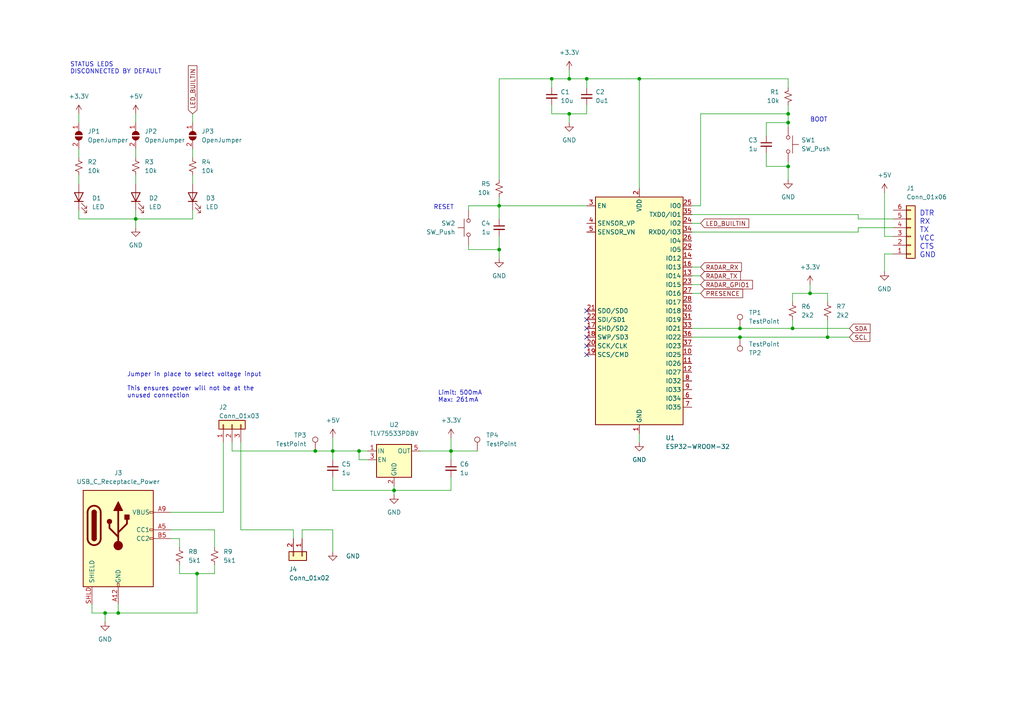
<source format=kicad_sch>
(kicad_sch (version 20211123) (generator eeschema)
  (paper "A4")
  (title_block (title "ESPHome MultiPresence Sensor") (rev "1.0") (comment 1 "Microcontroller and data connection"))
  (lib_symbols
    (symbol "Connector:TestPoint" (pin_numbers hide) (pin_names (offset 0.762) hide)
      (property "Reference" "TP" (at 0 6.858 0))
      (property "Value" "TestPoint" (at 0 5.08 0))
      (symbol "TestPoint_0_1"
        (circle (center 0 3.302) (radius 0.762))
      )
      (symbol "TestPoint_1_1"
        (pin passive line (at 0 0 90) (length 2.54) (name "1") (number "1"))
      )
    )
    (symbol "Connector_Generic:Conn_01x02" (pin_names (offset 1.016) hide)
      (property "Reference" "J" (at 0 2.54 0))
      (property "Value" "Conn_01x02" (at 0 -5.08 0))
      (symbol "Conn_01x02_1_1"
        (rectangle (start -1.27 -2.413) (end 0 -2.667) (stroke (width 0.1524)))
        (rectangle (start -1.27 0.127) (end 0 -0.127) (stroke (width 0.1524)))
        (rectangle (start -1.27 1.27) (end 1.27 -3.81) (stroke (width 0.254)) (fill (type background)))
        (pin passive line (at -5.08 0 0) (length 3.81) (name "Pin_1") (number "1"))
        (pin passive line (at -5.08 -2.54 0) (length 3.81) (name "Pin_2") (number "2"))
      )
    )
    (symbol "Connector_Generic:Conn_01x03" (pin_names (offset 1.016) hide)
      (property "Reference" "J" (at 0 5.08 0))
      (property "Value" "Conn_01x03" (at 0 -5.08 0))
      (symbol "Conn_01x03_1_1"
        (rectangle (start -1.27 -2.413) (end 0 -2.667) (stroke (width 0.1524)))
        (rectangle (start -1.27 0.127) (end 0 -0.127) (stroke (width 0.1524)))
        (rectangle (start -1.27 2.667) (end 0 2.413) (stroke (width 0.1524)))
        (rectangle (start -1.27 3.81) (end 1.27 -3.81) (stroke (width 0.254)) (fill (type background)))
        (pin passive line (at -5.08 2.54 0) (length 3.81) (name "Pin_1") (number "1"))
        (pin passive line (at -5.08 0 0) (length 3.81) (name "Pin_2") (number "2"))
        (pin passive line (at -5.08 -2.54 0) (length 3.81) (name "Pin_3") (number "3"))
      )
    )
    (symbol "Connector_Generic:Conn_01x06" (pin_names (offset 1.016) hide)
      (property "Reference" "J" (at 0 7.62 0))
      (property "Value" "Conn_01x06" (at 0 -10.16 0))
      (symbol "Conn_01x06_1_1"
        (rectangle (start -1.27 -7.493) (end 0 -7.747) (stroke (width 0.1524)))
        (rectangle (start -1.27 -4.953) (end 0 -5.207) (stroke (width 0.1524)))
        (rectangle (start -1.27 -2.413) (end 0 -2.667) (stroke (width 0.1524)))
        (rectangle (start -1.27 0.127) (end 0 -0.127) (stroke (width 0.1524)))
        (rectangle (start -1.27 2.667) (end 0 2.413) (stroke (width 0.1524)))
        (rectangle (start -1.27 5.207) (end 0 4.953) (stroke (width 0.1524)))
        (rectangle (start -1.27 6.35) (end 1.27 -8.89) (stroke (width 0.254)) (fill (type background)))
        (pin passive line (at -5.08 5.08 0) (length 3.81) (name "Pin_1") (number "1"))
        (pin passive line (at -5.08 2.54 0) (length 3.81) (name "Pin_2") (number "2"))
        (pin passive line (at -5.08 0 0) (length 3.81) (name "Pin_3") (number "3"))
        (pin passive line (at -5.08 -2.54 0) (length 3.81) (name "Pin_4") (number "4"))
        (pin passive line (at -5.08 -5.08 0) (length 3.81) (name "Pin_5") (number "5"))
        (pin passive line (at -5.08 -7.62 0) (length 3.81) (name "Pin_6") (number "6"))
      )
    )
    (symbol "Device:C_Small" (pin_numbers hide) (pin_names (offset 0.254) hide)
      (property "Reference" "C" (at 0.254 1.778 0))
      (property "Value" "C_Small" (at 0.254 -2.032 0))
      (symbol "C_Small_0_1"
        (polyline (pts (xy -1.524 -0.508) (xy 1.524 -0.508)) (stroke (width 0.3302)))
        (polyline (pts (xy -1.524 0.508) (xy 1.524 0.508)) (stroke (width 0.3048)))
      )
      (symbol "C_Small_1_1"
        (pin passive line (at 0 2.54 270) (length 2.032) (name "~") (number "1"))
        (pin passive line (at 0 -2.54 90) (length 2.032) (name "~") (number "2"))
      )
    )
    (symbol "Device:LED" (pin_numbers hide) (pin_names (offset 1.016) hide)
      (property "Reference" "D" (at 0 2.54 0))
      (property "Value" "LED" (at 0 -2.54 0))
      (symbol "LED_0_1"
        (polyline (pts (xy -1.27 -1.27) (xy -1.27 1.27)) (stroke (width 0.254)))
        (polyline (pts (xy -1.27 0) (xy 1.27 0)))
        (polyline (pts (xy 1.27 -1.27) (xy 1.27 1.27) (xy -1.27 0) (xy 1.27 -1.27)) (stroke (width 0.254)))
        (polyline (pts (xy -3.048 -0.762) (xy -4.572 -2.286) (xy -3.81 -2.286) (xy -4.572 -2.286) (xy -4.572 -1.524)))
        (polyline (pts (xy -1.778 -0.762) (xy -3.302 -2.286) (xy -2.54 -2.286) (xy -3.302 -2.286) (xy -3.302 -1.524)))
      )
      (symbol "LED_1_1"
        (pin passive line (at -3.81 0 0) (length 2.54) (name "K") (number "1"))
        (pin passive line (at 3.81 0 180) (length 2.54) (name "A") (number "2"))
      )
    )
    (symbol "Device:R_Small_US" (pin_numbers hide) (pin_names (offset 0.254) hide)
      (property "Reference" "R" (at 0.762 0.508 0))
      (property "Value" "R_Small_US" (at 0.762 -1.016 0))
      (symbol "R_Small_US_1_1"
        (polyline (pts (xy 0 0) (xy 1.016 -0.381) (xy 0 -0.762) (xy -1.016 -1.143) (xy 0 -1.524)))
        (polyline (pts (xy 0 1.524) (xy 1.016 1.143) (xy 0 0.762) (xy -1.016 0.381) (xy 0 0)))
        (pin passive line (at 0 2.54 270) (length 1.016) (name "~") (number "1"))
        (pin passive line (at 0 -2.54 90) (length 1.016) (name "~") (number "2"))
      )
    )
    (symbol "Jumper:SolderJumper_2_Open" (pin_names (offset 0) hide)
      (property "Reference" "JP" (at 0 2.032 0))
      (property "Value" "SolderJumper_2_Open" (at 0 -2.54 0))
      (symbol "SolderJumper_2_Open_0_1"
        (arc (start -0.254 1.016) (mid -1.27 0) (end -0.254 -1.016))
        (arc (start -0.254 1.016) (mid -1.27 0) (end -0.254 -1.016) (fill (type outline)))
        (polyline (pts (xy -0.254 1.016) (xy -0.254 -1.016)))
        (polyline (pts (xy 0.254 1.016) (xy 0.254 -1.016)))
        (arc (start 0.254 -1.016) (mid 1.27 0) (end 0.254 1.016))
        (arc (start 0.254 -1.016) (mid 1.27 0) (end 0.254 1.016) (fill (type outline)))
      )
      (symbol "SolderJumper_2_Open_1_1"
        (pin passive line (at -3.81 0 0) (length 2.54) (name "A") (number "1"))
        (pin passive line (at 3.81 0 180) (length 2.54) (name "B") (number "2"))
      )
    )
    (symbol "My Symbols:USB_C_Receptacle_Power" (pin_names (offset 1.016))
      (property "Reference" "J" (at -10.16 12.7 0))
      (property "Value" "USB_C_Receptacle_Power" (at 19.05 12.7 0))
      (symbol "USB_C_Receptacle_Power_0_0"
        (rectangle (start -0.254 -17.78) (end 0.254 -16.764))
        (rectangle (start 10.16 -3.556) (end 9.144 -4.064))
        (rectangle (start 10.16 -1.016) (end 9.144 -1.524))
        (rectangle (start 10.16 4.064) (end 9.144 3.556))
      )
      (symbol "USB_C_Receptacle_Power_0_1"
        (rectangle (start -10.16 10.16) (end 10.16 -17.78) (stroke (width 0.254)) (fill (type background)))
        (arc (start -8.89 -3.81) (mid -6.985 -5.715) (end -5.08 -3.81) (stroke (width 0.508)))
        (arc (start -7.62 -3.81) (mid -6.985 -4.445) (end -6.35 -3.81) (stroke (width 0.254)))
        (arc (start -7.62 -3.81) (mid -6.985 -4.445) (end -6.35 -3.81) (stroke (width 0.254)) (fill (type outline)))
        (rectangle (start -7.62 -3.81) (end -6.35 3.81) (stroke (width 0.254)) (fill (type outline)))
        (arc (start -6.35 3.81) (mid -6.985 4.445) (end -7.62 3.81) (stroke (width 0.254)))
        (arc (start -6.35 3.81) (mid -6.985 4.445) (end -7.62 3.81) (stroke (width 0.254)) (fill (type outline)))
        (arc (start -5.08 3.81) (mid -6.985 5.715) (end -8.89 3.81) (stroke (width 0.508)))
        (circle (center -2.54 1.143) (radius 0.635) (stroke (width 0.254)) (fill (type outline)))
        (circle (center 0 -5.842) (radius 1.27) (fill (type outline)))
        (polyline (pts (xy -8.89 -3.81) (xy -8.89 3.81)) (stroke (width 0.508)))
        (polyline (pts (xy -5.08 3.81) (xy -5.08 -3.81)) (stroke (width 0.508)))
        (polyline (pts (xy 0 -5.842) (xy 0 4.318)) (stroke (width 0.508)))
        (polyline (pts (xy 0 -3.302) (xy -2.54 -0.762) (xy -2.54 0.508)) (stroke (width 0.508)))
        (polyline (pts (xy 0 -2.032) (xy 2.54 0.508) (xy 2.54 1.778)) (stroke (width 0.508)))
        (polyline (pts (xy -1.27 4.318) (xy 0 6.858) (xy 1.27 4.318) (xy -1.27 4.318)) (stroke (width 0.254)) (fill (type outline)))
        (rectangle (start 1.905 1.778) (end 3.175 3.048) (stroke (width 0.254)) (fill (type outline)))
      )
      (symbol "USB_C_Receptacle_Power_1_1"
        (pin passive line (at 0 -22.86 90) (length 5.08) (name "GND") (number "A12"))
        (pin bidirectional line (at 15.24 -1.27 180) (length 5.08) (name "CC1") (number "A5"))
        (pin passive line (at 15.24 3.81 180) (length 5.08) (name "VBUS") (number "A9"))
        (pin passive line (at 0 -22.86 90) (length 5.08) hide (name "GND") (number "B12"))
        (pin bidirectional line (at 15.24 -3.81 180) (length 5.08) (name "CC2") (number "B5"))
        (pin passive line (at 15.24 3.81 180) (length 5.08) hide (name "VBUS") (number "B9"))
        (pin passive line (at -7.62 -22.86 90) (length 5.08) (name "SHIELD") (number "SHLD"))
      )
    )
    (symbol "RF_Module:ESP32-WROOM-32"
      (property "Reference" "U" (at -12.7 34.29 0))
      (property "Value" "ESP32-WROOM-32" (at 1.27 34.29 0))
      (symbol "ESP32-WROOM-32_0_1"
        (rectangle (start -12.7 33.02) (end 12.7 -33.02) (stroke (width 0.254)) (fill (type background)))
      )
      (symbol "ESP32-WROOM-32_1_1"
        (pin power_in line (at 0 -35.56 90) (length 2.54) (name "GND") (number "1"))
        (pin bidirectional line (at 15.24 -12.7 180) (length 2.54) (name "IO25") (number "10"))
        (pin bidirectional line (at 15.24 -15.24 180) (length 2.54) (name "IO26") (number "11"))
        (pin bidirectional line (at 15.24 -17.78 180) (length 2.54) (name "IO27") (number "12"))
        (pin bidirectional line (at 15.24 10.16 180) (length 2.54) (name "IO14") (number "13"))
        (pin bidirectional line (at 15.24 15.24 180) (length 2.54) (name "IO12") (number "14"))
        (pin passive line (at 0 -35.56 90) (length 2.54) hide (name "GND") (number "15"))
        (pin bidirectional line (at 15.24 12.7 180) (length 2.54) (name "IO13") (number "16"))
        (pin bidirectional line (at -15.24 -5.08 0) (length 2.54) (name "SHD/SD2") (number "17"))
        (pin bidirectional line (at -15.24 -7.62 0) (length 2.54) (name "SWP/SD3") (number "18"))
        (pin bidirectional line (at -15.24 -12.7 0) (length 2.54) (name "SCS/CMD") (number "19"))
        (pin power_in line (at 0 35.56 270) (length 2.54) (name "VDD") (number "2"))
        (pin bidirectional line (at -15.24 -10.16 0) (length 2.54) (name "SCK/CLK") (number "20"))
        (pin bidirectional line (at -15.24 0 0) (length 2.54) (name "SDO/SD0") (number "21"))
        (pin bidirectional line (at -15.24 -2.54 0) (length 2.54) (name "SDI/SD1") (number "22"))
        (pin bidirectional line (at 15.24 7.62 180) (length 2.54) (name "IO15") (number "23"))
        (pin bidirectional line (at 15.24 25.4 180) (length 2.54) (name "IO2") (number "24"))
        (pin bidirectional line (at 15.24 30.48 180) (length 2.54) (name "IO0") (number "25"))
        (pin bidirectional line (at 15.24 20.32 180) (length 2.54) (name "IO4") (number "26"))
        (pin bidirectional line (at 15.24 5.08 180) (length 2.54) (name "IO16") (number "27"))
        (pin bidirectional line (at 15.24 2.54 180) (length 2.54) (name "IO17") (number "28"))
        (pin bidirectional line (at 15.24 17.78 180) (length 2.54) (name "IO5") (number "29"))
        (pin input line (at -15.24 30.48 0) (length 2.54) (name "EN") (number "3"))
        (pin bidirectional line (at 15.24 0 180) (length 2.54) (name "IO18") (number "30"))
        (pin bidirectional line (at 15.24 -2.54 180) (length 2.54) (name "IO19") (number "31"))
        (pin no_connect line (at -12.7 -27.94 0) (length 2.54) hide (name "NC") (number "32"))
        (pin bidirectional line (at 15.24 -5.08 180) (length 2.54) (name "IO21") (number "33"))
        (pin bidirectional line (at 15.24 22.86 180) (length 2.54) (name "RXD0/IO3") (number "34"))
        (pin bidirectional line (at 15.24 27.94 180) (length 2.54) (name "TXD0/IO1") (number "35"))
        (pin bidirectional line (at 15.24 -7.62 180) (length 2.54) (name "IO22") (number "36"))
        (pin bidirectional line (at 15.24 -10.16 180) (length 2.54) (name "IO23") (number "37"))
        (pin passive line (at 0 -35.56 90) (length 2.54) hide (name "GND") (number "38"))
        (pin passive line (at 0 -35.56 90) (length 2.54) hide (name "GND") (number "39"))
        (pin input line (at -15.24 25.4 0) (length 2.54) (name "SENSOR_VP") (number "4"))
        (pin input line (at -15.24 22.86 0) (length 2.54) (name "SENSOR_VN") (number "5"))
        (pin input line (at 15.24 -25.4 180) (length 2.54) (name "IO34") (number "6"))
        (pin input line (at 15.24 -27.94 180) (length 2.54) (name "IO35") (number "7"))
        (pin bidirectional line (at 15.24 -20.32 180) (length 2.54) (name "IO32") (number "8"))
        (pin bidirectional line (at 15.24 -22.86 180) (length 2.54) (name "IO33") (number "9"))
      )
    )
    (symbol "Regulator_Linear:TLV75533PDBV" (pin_names (offset 0.254))
      (property "Reference" "U" (at -3.81 5.715 0))
      (property "Value" "TLV75533PDBV" (at 0 5.715 0))
      (symbol "TLV75533PDBV_0_1"
        (rectangle (start -5.08 4.445) (end 5.08 -5.08) (stroke (width 0.254)) (fill (type background)))
      )
      (symbol "TLV75533PDBV_1_1"
        (pin power_in line (at -7.62 2.54 0) (length 2.54) (name "IN") (number "1"))
        (pin power_in line (at 0 -7.62 90) (length 2.54) (name "GND") (number "2"))
        (pin input line (at -7.62 0 0) (length 2.54) (name "EN") (number "3"))
        (pin no_connect line (at 5.08 0 180) (length 2.54) hide (name "NC") (number "4"))
        (pin power_out line (at 7.62 2.54 180) (length 2.54) (name "OUT") (number "5"))
      )
    )
    (symbol "Switch:SW_Push" (pin_numbers hide) (pin_names (offset 1.016) hide)
      (property "Reference" "SW" (at 1.27 2.54 0))
      (property "Value" "SW_Push" (at 0 -1.524 0))
      (symbol "SW_Push_0_1"
        (circle (center -2.032 0) (radius 0.508))
        (polyline (pts (xy 0 1.27) (xy 0 3.048)))
        (polyline (pts (xy 2.54 1.27) (xy -2.54 1.27)))
        (circle (center 2.032 0) (radius 0.508))
        (pin passive line (at -5.08 0 0) (length 2.54) (name "1") (number "1"))
        (pin passive line (at 5.08 0 180) (length 2.54) (name "2") (number "2"))
      )
    )
    (symbol "power:+3.3V" (power) (pin_names (offset 0))
      (property "Value" "+3.3V" (at 0 3.556 0))
      (symbol "+3.3V_0_1"
        (polyline (pts (xy -0.762 1.27) (xy 0 2.54)))
        (polyline (pts (xy 0 0) (xy 0 2.54)))
        (polyline (pts (xy 0 2.54) (xy 0.762 1.27)))
      )
      (symbol "+3.3V_1_1"
        (pin power_in line (at 0 0 90) (length 0) hide (name "+3.3V") (number "1"))
      )
    )
    (symbol "power:+5V" (power) (pin_names (offset 0))
      (property "Value" "+5V" (at 0 3.556 0))
      (symbol "+5V_0_1"
        (polyline (pts (xy -0.762 1.27) (xy 0 2.54)))
        (polyline (pts (xy 0 0) (xy 0 2.54)))
        (polyline (pts (xy 0 2.54) (xy 0.762 1.27)))
      )
      (symbol "+5V_1_1"
        (pin power_in line (at 0 0 90) (length 0) hide (name "+5V") (number "1"))
      )
    )
    (symbol "power:GND" (power) (pin_names (offset 0))
      (property "Value" "GND" (at 0 -3.81 0))
      (symbol "GND_0_1"
        (polyline (pts (xy 0 0) (xy 0 -1.27) (xy 1.27 -1.27) (xy 0 -2.54) (xy -1.27 -1.27) (xy 0 -1.27)))
      )
      (symbol "GND_1_1"
        (pin power_in line (at 0 0 270) (length 0) hide (name "GND") (number "1"))
      )
    )
  )
  (junction (at 57.15 166.37))
  (junction (at 228.6 33.02))
  (junction (at 214.63 97.79))
  (junction (at 144.78 72.39))
  (junction (at 234.95 85.09))
  (junction (at 39.37 63.5))
  (junction (at 229.87 95.25))
  (junction (at 170.18 22.86))
  (junction (at 165.1 22.86))
  (junction (at 91.44 130.81))
  (junction (at 165.1 33.02))
  (junction (at 240.03 97.79))
  (junction (at 185.42 22.86))
  (junction (at 130.81 130.81))
  (junction (at 144.78 59.69))
  (junction (at 228.6 48.26))
  (junction (at 96.52 130.81))
  (junction (at 104.14 130.81))
  (junction (at 228.6 35.56))
  (junction (at 114.3 142.24))
  (junction (at 160.02 22.86))
  (junction (at 34.29 177.8))
  (junction (at 30.48 177.8))
  (junction (at 214.63 95.25))
  (no_connect (at 170.18 95.25))
  (no_connect (at 170.18 92.71))
  (no_connect (at 170.18 90.17))
  (no_connect (at 170.18 97.79))
  (no_connect (at 170.18 102.87))
  (no_connect (at 170.18 100.33))
  (wire (pts (xy 144.78 59.69) (xy 144.78 63.5)))
  (wire (pts (xy 144.78 74.93) (xy 144.78 72.39)))
  (wire (pts (xy 256.54 73.66) (xy 259.08 73.66)))
  (wire (pts (xy 96.52 160.02) (xy 96.52 153.67)))
  (wire (pts (xy 200.66 77.47) (xy 203.2 77.47)))
  (wire (pts (xy 240.03 85.09) (xy 240.03 87.63)))
  (wire (pts (xy 222.25 39.37) (xy 222.25 35.56)))
  (wire (pts (xy 135.89 72.39) (xy 135.89 71.12)))
  (wire (pts (xy 229.87 85.09) (xy 234.95 85.09)))
  (wire (pts (xy 200.66 64.77) (xy 203.2 64.77)))
  (wire (pts (xy 39.37 50.8) (xy 39.37 53.34)))
  (wire (pts (xy 170.18 22.86) (xy 185.42 22.86)))
  (wire (pts (xy 130.81 138.43) (xy 130.81 142.24)))
  (wire (pts (xy 55.88 60.96) (xy 55.88 63.5)))
  (wire (pts (xy 49.53 156.21) (xy 52.07 156.21)))
  (wire (pts (xy 55.88 43.18) (xy 55.88 45.72)))
  (wire (pts (xy 22.86 33.02) (xy 22.86 35.56)))
  (wire (pts (xy 62.23 163.83) (xy 62.23 166.37)))
  (wire (pts (xy 240.03 92.71) (xy 240.03 97.79)))
  (wire (pts (xy 234.95 85.09) (xy 240.03 85.09)))
  (wire (pts (xy 144.78 57.15) (xy 144.78 59.69)))
  (wire (pts (xy 69.85 153.67) (xy 85.09 153.67)))
  (wire (pts (xy 248.92 66.04) (xy 248.92 67.31)))
  (wire (pts (xy 165.1 20.32) (xy 165.1 22.86)))
  (wire (pts (xy 52.07 166.37) (xy 57.15 166.37)))
  (wire (pts (xy 165.1 22.86) (xy 170.18 22.86)))
  (wire (pts (xy 229.87 87.63) (xy 229.87 85.09)))
  (wire (pts (xy 57.15 166.37) (xy 57.15 177.8)))
  (wire (pts (xy 34.29 177.8) (xy 30.48 177.8)))
  (wire (pts (xy 200.66 82.55) (xy 203.2 82.55)))
  (wire (pts (xy 170.18 25.4) (xy 170.18 22.86)))
  (wire (pts (xy 234.95 82.55) (xy 234.95 85.09)))
  (wire (pts (xy 64.77 128.27) (xy 64.77 148.59)))
  (wire (pts (xy 104.14 130.81) (xy 106.68 130.81)))
  (wire (pts (xy 57.15 177.8) (xy 34.29 177.8)))
  (wire (pts (xy 228.6 46.99) (xy 228.6 48.26)))
  (wire (pts (xy 26.67 175.26) (xy 26.67 177.8)))
  (wire (pts (xy 160.02 22.86) (xy 160.02 25.4)))
  (wire (pts (xy 96.52 130.81) (xy 104.14 130.81)))
  (wire (pts (xy 144.78 72.39) (xy 135.89 72.39)))
  (wire (pts (xy 96.52 130.81) (xy 96.52 133.35)))
  (wire (pts (xy 160.02 33.02) (xy 165.1 33.02)))
  (wire (pts (xy 228.6 48.26) (xy 228.6 52.07)))
  (wire (pts (xy 200.66 62.23) (xy 248.92 62.23)))
  (wire (pts (xy 130.81 130.81) (xy 138.43 130.81)))
  (wire (pts (xy 39.37 63.5) (xy 55.88 63.5)))
  (wire (pts (xy 130.81 127) (xy 130.81 130.81)))
  (wire (pts (xy 214.63 95.25) (xy 229.87 95.25)))
  (wire (pts (xy 200.66 67.31) (xy 248.92 67.31)))
  (wire (pts (xy 200.66 97.79) (xy 214.63 97.79)))
  (wire (pts (xy 144.78 59.69) (xy 170.18 59.69)))
  (wire (pts (xy 106.68 133.35) (xy 104.14 133.35)))
  (wire (pts (xy 22.86 50.8) (xy 22.86 53.34)))
  (wire (pts (xy 96.52 142.24) (xy 114.3 142.24)))
  (wire (pts (xy 62.23 153.67) (xy 62.23 158.75)))
  (wire (pts (xy 185.42 54.61) (xy 185.42 22.86)))
  (wire (pts (xy 222.25 35.56) (xy 228.6 35.56)))
  (wire (pts (xy 228.6 30.48) (xy 228.6 33.02)))
  (wire (pts (xy 52.07 163.83) (xy 52.07 166.37)))
  (wire (pts (xy 229.87 92.71) (xy 229.87 95.25)))
  (wire (pts (xy 39.37 43.18) (xy 39.37 45.72)))
  (wire (pts (xy 114.3 140.97) (xy 114.3 142.24)))
  (wire (pts (xy 144.78 22.86) (xy 160.02 22.86)))
  (wire (pts (xy 39.37 33.02) (xy 39.37 35.56)))
  (wire (pts (xy 69.85 128.27) (xy 69.85 153.67)))
  (wire (pts (xy 34.29 175.26) (xy 34.29 177.8)))
  (wire (pts (xy 170.18 30.48) (xy 170.18 33.02)))
  (wire (pts (xy 130.81 130.81) (xy 130.81 133.35)))
  (wire (pts (xy 203.2 33.02) (xy 228.6 33.02)))
  (wire (pts (xy 85.09 156.21) (xy 85.09 153.67)))
  (wire (pts (xy 22.86 60.96) (xy 22.86 63.5)))
  (wire (pts (xy 114.3 142.24) (xy 114.3 143.51)))
  (wire (pts (xy 135.89 59.69) (xy 144.78 59.69)))
  (wire (pts (xy 57.15 166.37) (xy 62.23 166.37)))
  (wire (pts (xy 185.42 125.73) (xy 185.42 128.27)))
  (wire (pts (xy 240.03 97.79) (xy 246.38 97.79)))
  (wire (pts (xy 222.25 48.26) (xy 228.6 48.26)))
  (wire (pts (xy 248.92 66.04) (xy 259.08 66.04)))
  (wire (pts (xy 135.89 60.96) (xy 135.89 59.69)))
  (wire (pts (xy 165.1 33.02) (xy 165.1 35.56)))
  (wire (pts (xy 256.54 73.66) (xy 256.54 78.74)))
  (wire (pts (xy 144.78 68.58) (xy 144.78 72.39)))
  (wire (pts (xy 248.92 63.5) (xy 248.92 62.23)))
  (wire (pts (xy 214.63 97.79) (xy 240.03 97.79)))
  (wire (pts (xy 30.48 177.8) (xy 26.67 177.8)))
  (wire (pts (xy 222.25 44.45) (xy 222.25 48.26)))
  (wire (pts (xy 55.88 33.02) (xy 55.88 35.56)))
  (wire (pts (xy 203.2 59.69) (xy 203.2 33.02)))
  (wire (pts (xy 200.66 59.69) (xy 203.2 59.69)))
  (wire (pts (xy 104.14 130.81) (xy 104.14 133.35)))
  (wire (pts (xy 52.07 156.21) (xy 52.07 158.75)))
  (wire (pts (xy 121.92 130.81) (xy 130.81 130.81)))
  (wire (pts (xy 200.66 95.25) (xy 214.63 95.25)))
  (wire (pts (xy 228.6 33.02) (xy 228.6 35.56)))
  (wire (pts (xy 49.53 148.59) (xy 64.77 148.59)))
  (wire (pts (xy 160.02 22.86) (xy 165.1 22.86)))
  (wire (pts (xy 67.31 130.81) (xy 91.44 130.81)))
  (wire (pts (xy 87.63 153.67) (xy 87.63 156.21)))
  (wire (pts (xy 39.37 63.5) (xy 39.37 66.04)))
  (wire (pts (xy 228.6 35.56) (xy 228.6 36.83)))
  (wire (pts (xy 130.81 142.24) (xy 114.3 142.24)))
  (wire (pts (xy 67.31 128.27) (xy 67.31 130.81)))
  (wire (pts (xy 259.08 68.58) (xy 256.54 68.58)))
  (wire (pts (xy 22.86 43.18) (xy 22.86 45.72)))
  (wire (pts (xy 228.6 22.86) (xy 228.6 25.4)))
  (wire (pts (xy 185.42 22.86) (xy 228.6 22.86)))
  (wire (pts (xy 91.44 130.81) (xy 96.52 130.81)))
  (wire (pts (xy 96.52 153.67) (xy 87.63 153.67)))
  (wire (pts (xy 229.87 95.25) (xy 246.38 95.25)))
  (wire (pts (xy 49.53 153.67) (xy 62.23 153.67)))
  (wire (pts (xy 248.92 63.5) (xy 259.08 63.5)))
  (wire (pts (xy 22.86 63.5) (xy 39.37 63.5)))
  (wire (pts (xy 96.52 138.43) (xy 96.52 142.24)))
  (wire (pts (xy 30.48 177.8) (xy 30.48 180.34)))
  (wire (pts (xy 160.02 30.48) (xy 160.02 33.02)))
  (wire (pts (xy 200.66 85.09) (xy 203.2 85.09)))
  (wire (pts (xy 144.78 22.86) (xy 144.78 52.07)))
  (wire (pts (xy 39.37 63.5) (xy 39.37 60.96)))
  (wire (pts (xy 165.1 33.02) (xy 170.18 33.02)))
  (wire (pts (xy 96.52 127) (xy 96.52 130.81)))
  (wire (pts (xy 55.88 50.8) (xy 55.88 53.34)))
  (wire (pts (xy 256.54 55.88) (xy 256.54 68.58)))
  (wire (pts (xy 200.66 80.01) (xy 203.2 80.01)))
  (text "RESET" (at 125.73 60.96 0) (effects (font (size 1.27 1.27)) (justify left bottom)))
  (text "BOOT\n" (at 234.95 35.56 0) (effects (font (size 1.27 1.27)) (justify left bottom)))
  (text "Jumper in place to select voltage input\n\nThis ensures power will not be at the \nunused connection\n" (at 36.83 115.57 0) (effects (font (size 1.27 1.27)) (justify left bottom)))
  (text "STATUS LEDS\nDISCONNECTED BY DEFAULT\n" (at 20.32 21.59 0) (effects (font (size 1.27 1.27)) (justify left bottom)))
  (text "DTR\nRX\nTX\nVCC\nCTS\nGND" (at 266.7 74.93 0) (effects (font (size 1.5 1.5)) (justify left bottom)))
  (text "Limit: 500mA\nMax: 261mA\n" (at 127 116.84 0) (effects (font (size 1.27 1.27)) (justify left bottom)))
  (global_label "LED_BUILTIN" (shape input) (at 203.2 64.77 0) (property "Intersheet References" "${INTERSHEET_REFS}" (effects hide)))
  (global_label "RADAR_RX" (shape input) (at 203.2 77.47 0) (property "Intersheet References" "${INTERSHEET_REFS}" (effects hide)))
  (global_label "SDA" (shape input) (at 246.38 95.25 0) (property "Intersheet References" "${INTERSHEET_REFS}" (effects hide)))
  (global_label "RADAR_GPIO1" (shape input) (at 203.2 82.55 0) (property "Intersheet References" "${INTERSHEET_REFS}" (effects hide)))
  (global_label "RADAR_TX" (shape input) (at 203.2 80.01 0) (property "Intersheet References" "${INTERSHEET_REFS}" (effects hide)))
  (global_label "PRESENCE" (shape input) (at 203.2 85.09 0) (property "Intersheet References" "${INTERSHEET_REFS}" (effects hide)))
  (global_label "SCL" (shape input) (at 246.38 97.79 0) (property "Intersheet References" "${INTERSHEET_REFS}" (effects hide)))
  (global_label "LED_BUILTIN" (shape input) (at 55.88 33.02 90) (property "Intersheet References" "${INTERSHEET_REFS}" (effects hide)))
  (symbol (lib_id "power:GND") (at 96.52 160.02 0) (mirror y) (unit 1)
    (property "Reference" "#PWR015" (effects hide))
    (property "Value" "GND" (at 100.33 161.2899 0) (effects (justify right)))
  )
  (symbol (lib_id "Device:R_Small_US") (at 240.03 90.17 0) (unit 1)
    (property "Reference" "R7" (at 242.57 88.8999 0) (effects (justify left)))
    (property "Value" "2k2" (at 242.57 91.4399 0) (effects (justify left)))
    (property "Footprint" "Resistor_SMD:R_0603_1608Metric" (effects hide))
  )
  (symbol (lib_id "power:GND") (at 256.54 78.74 0) (unit 1)
    (property "Reference" "#PWR09" (effects hide))
    (property "Value" "GND" (at 256.54 83.82 0))
  )
  (symbol (lib_id "power:+3.3V") (at 22.86 33.02 0) (unit 1)
    (property "Reference" "#PWR02" (effects hide))
    (property "Value" "+3.3V" (at 22.86 27.94 0))
  )
  (symbol (lib_id "RF_Module:ESP32-WROOM-32") (at 185.42 90.17 0) (unit 1)
    (property "Reference" "U1" (at 193.04 127 0) (effects (justify left)))
    (property "Value" "ESP32-WROOM-32" (at 193.04 129.54 0) (effects (justify left)))
    (property "Footprint" "RF_Module:ESP32-WROOM-32" (effects hide))
    (property "Datasheet" "https://www.espressif.com/sites/default/files/documentation/esp32-wroom-32_datasheet_en.pdf" (effects hide))
  )
  (symbol (lib_id "Device:LED") (at 22.86 57.15 90) (unit 1)
    (property "Reference" "D1" (at 26.67 57.4674 90) (effects (justify right)))
    (property "Value" "LED" (at 26.67 60.0074 90) (effects (justify right)))
    (property "Footprint" "Diode_SMD:D_0603_1608Metric" (effects hide))
  )
  (symbol (lib_id "Device:C_Small") (at 170.18 27.94 0) (unit 1)
    (property "Reference" "C2" (at 172.72 26.6762 0) (effects (justify left)))
    (property "Value" "0u1" (at 172.72 29.2162 0) (effects (justify left)))
    (property "Footprint" "Resistor_SMD:R_0603_1608Metric" (effects hide))
  )
  (symbol (lib_id "Device:R_Small_US") (at 144.78 54.61 0) (mirror y) (unit 1)
    (property "Reference" "R5" (at 142.24 53.3399 0) (effects (justify left)))
    (property "Value" "10k" (at 142.24 55.8799 0) (effects (justify left)))
    (property "Footprint" "Resistor_SMD:R_0603_1608Metric" (effects hide))
  )
  (symbol (lib_id "power:+3.3V") (at 165.1 20.32 0) (unit 1)
    (property "Reference" "#PWR01" (effects hide))
    (property "Value" "+3.3V" (at 165.1 15.24 0))
  )
  (symbol (lib_id "Device:C_Small") (at 144.78 66.04 0) (mirror y) (unit 1)
    (property "Reference" "C4" (at 142.24 64.7762 0) (effects (justify left)))
    (property "Value" "1u" (at 142.24 67.3162 0) (effects (justify left)))
    (property "Footprint" "Resistor_SMD:R_0603_1608Metric" (effects hide))
  )
  (symbol (lib_id "Connector:TestPoint") (at 214.63 95.25 0) (unit 1)
    (property "Reference" "TP1" (at 217.17 90.6779 0) (effects (justify left)))
    (property "Value" "TestPoint" (at 217.17 93.2179 0) (effects (justify left)))
    (property "Footprint" "TestPoint:TestPoint_THTPad_2.0x2.0mm_Drill1.0mm" (effects hide))
  )
  (symbol (lib_id "power:GND") (at 185.42 128.27 0) (unit 1)
    (property "Reference" "#PWR013" (effects hide))
    (property "Value" "GND" (at 185.42 133.35 0))
  )
  (symbol (lib_id "Connector_Generic:Conn_01x03") (at 67.31 123.19 90) (unit 1)
    (property "Reference" "J2" (at 63.5 118.11 90) (effects (justify right)))
    (property "Value" "Conn_01x03" (at 63.5 120.65 90) (effects (justify right)))
    (property "Footprint" "Connector_PinHeader_2.54mm:PinHeader_1x03_P2.54mm_Vertical" (effects hide))
  )
  (symbol (lib_id "Device:C_Small") (at 96.52 135.89 0) (unit 1)
    (property "Reference" "C5" (at 99.06 134.6262 0) (effects (justify left)))
    (property "Value" "1u" (at 99.06 137.1662 0) (effects (justify left)))
    (property "Footprint" "Resistor_SMD:R_0603_1608Metric" (effects hide))
  )
  (symbol (lib_id "Regulator_Linear:TLV75533PDBV") (at 114.3 133.35 0) (unit 1)
    (property "Reference" "U2" (at 114.3 123.19 0))
    (property "Value" "TLV75533PDBV" (at 114.3 125.73 0))
    (property "Footprint" "Package_TO_SOT_SMD:SOT-23-5" (effects hide))
    (property "Datasheet" "http://www.ti.com/lit/ds/symlink/tlv755p.pdf" (effects hide))
  )
  (symbol (lib_id "Device:R_Small_US") (at 62.23 161.29 0) (unit 1)
    (property "Reference" "R9" (at 64.77 160.0199 0) (effects (justify left)))
    (property "Value" "5k1" (at 64.77 162.5599 0) (effects (justify left)))
    (property "Footprint" "Resistor_SMD:R_0603_1608Metric" (effects hide))
  )
  (symbol (lib_id "Connector_Generic:Conn_01x06") (at 264.16 68.58 0) (mirror x) (unit 1)
    (property "Reference" "J1" (at 262.89 54.61 0) (effects (justify left)))
    (property "Value" "Conn_01x06" (at 262.89 57.15 0) (effects (justify left)))
    (property "Footprint" "Connector_PinHeader_2.54mm:PinHeader_1x06_P2.54mm_Vertical" (effects hide))
  )
  (symbol (lib_id "Connector:TestPoint") (at 214.63 97.79 0) (mirror x) (unit 1)
    (property "Reference" "TP2" (at 217.17 102.3621 0) (effects (justify left)))
    (property "Value" "TestPoint" (at 217.17 99.8221 0) (effects (justify left)))
    (property "Footprint" "TestPoint:TestPoint_THTPad_2.0x2.0mm_Drill1.0mm" (effects hide))
  )
  (symbol (lib_id "Device:LED") (at 55.88 57.15 90) (unit 1)
    (property "Reference" "D3" (at 59.69 57.4674 90) (effects (justify right)))
    (property "Value" "LED" (at 59.69 60.0074 90) (effects (justify right)))
    (property "Footprint" "Diode_SMD:D_0603_1608Metric" (effects hide))
  )
  (symbol (lib_id "Jumper:SolderJumper_2_Open") (at 39.37 39.37 270) (unit 1)
    (property "Reference" "JP2" (at 41.91 38.0999 90) (effects (justify left)))
    (property "Value" "OpenJumper" (at 41.91 40.6399 90) (effects (justify left)))
    (property "Footprint" "Jumper:SolderJumper-2_P1.3mm_Open_TrianglePad1.0x1.5mm" (effects hide))
  )
  (symbol (lib_id "Connector:TestPoint") (at 138.43 130.81 0) (unit 1)
    (property "Reference" "TP4" (at 140.97 126.2379 0) (effects (justify left)))
    (property "Value" "TestPoint" (at 140.97 128.7779 0) (effects (justify left)))
    (property "Footprint" "TestPoint:TestPoint_THTPad_2.0x2.0mm_Drill1.0mm" (effects hide))
  )
  (symbol (lib_id "Switch:SW_Push") (at 228.6 41.91 270) (unit 1)
    (property "Reference" "SW1" (at 232.41 40.6399 90) (effects (justify left)))
    (property "Value" "SW_Push" (at 232.41 43.1799 90) (effects (justify left)))
    (property "Footprint" "Button_Switch_SMD:SW_SPST_EVQP2" (effects hide))
  )
  (symbol (lib_id "power:GND") (at 114.3 143.51 0) (unit 1)
    (property "Reference" "#PWR014" (effects hide))
    (property "Value" "GND" (at 114.3 148.59 0))
  )
  (symbol (lib_id "power:+3.3V") (at 130.81 127 0) (unit 1)
    (property "Reference" "#PWR012" (effects hide))
    (property "Value" "+3.3V" (at 130.81 121.92 0))
  )
  (symbol (lib_id "power:GND") (at 39.37 66.04 0) (mirror y) (unit 1)
    (property "Reference" "#PWR07" (effects hide))
    (property "Value" "GND" (at 39.37 71.12 0))
  )
  (symbol (lib_id "power:+5V") (at 96.52 127 0) (unit 1)
    (property "Reference" "#PWR011" (effects hide))
    (property "Value" "+5V" (at 96.52 121.92 0))
  )
  (symbol (lib_id "Switch:SW_Push") (at 135.89 66.04 90) (mirror x) (unit 1)
    (property "Reference" "SW2" (at 132.08 64.7699 90) (effects (justify left)))
    (property "Value" "SW_Push" (at 132.08 67.3099 90) (effects (justify left)))
    (property "Footprint" "Button_Switch_SMD:SW_SPST_EVQP2" (effects hide))
  )
  (symbol (lib_id "Jumper:SolderJumper_2_Open") (at 55.88 39.37 270) (unit 1)
    (property "Reference" "JP3" (at 58.42 38.0999 90) (effects (justify left)))
    (property "Value" "OpenJumper" (at 58.42 40.6399 90) (effects (justify left)))
    (property "Footprint" "Jumper:SolderJumper-2_P1.3mm_Open_TrianglePad1.0x1.5mm" (effects hide))
  )
  (symbol (lib_id "power:GND") (at 30.48 180.34 0) (unit 1)
    (property "Reference" "#PWR016" (effects hide))
    (property "Value" "GND" (at 30.48 185.42 0))
  )
  (symbol (lib_id "Connector_Generic:Conn_01x02") (at 87.63 161.29 270) (unit 1)
    (property "Reference" "J4" (at 83.82 165.1 90) (effects (justify left)))
    (property "Value" "Conn_01x02" (at 83.82 167.64 90) (effects (justify left)))
    (property "Footprint" "Connector_PinHeader_2.54mm:PinHeader_1x02_P2.54mm_Vertical" (effects hide))
  )
  (symbol (lib_id "Device:C_Small") (at 160.02 27.94 0) (unit 1)
    (property "Reference" "C1" (at 162.56 26.6762 0) (effects (justify left)))
    (property "Value" "10u" (at 162.56 29.2162 0) (effects (justify left)))
    (property "Footprint" "Resistor_SMD:R_0603_1608Metric" (effects hide))
  )
  (symbol (lib_id "Jumper:SolderJumper_2_Open") (at 22.86 39.37 270) (unit 1)
    (property "Reference" "JP1" (at 25.4 38.0999 90) (effects (justify left)))
    (property "Value" "OpenJumper" (at 25.4 40.6399 90) (effects (justify left)))
    (property "Footprint" "Jumper:SolderJumper-2_P1.3mm_Open_TrianglePad1.0x1.5mm" (effects hide))
  )
  (symbol (lib_id "Device:R_Small_US") (at 22.86 48.26 0) (unit 1)
    (property "Reference" "R2" (at 25.4 46.9899 0) (effects (justify left)))
    (property "Value" "10k" (at 25.4 49.5299 0) (effects (justify left)))
    (property "Footprint" "Resistor_SMD:R_0603_1608Metric" (effects hide))
  )
  (symbol (lib_id "Device:R_Small_US") (at 52.07 161.29 0) (unit 1)
    (property "Reference" "R8" (at 54.61 160.0199 0) (effects (justify left)))
    (property "Value" "5k1" (at 54.61 162.5599 0) (effects (justify left)))
    (property "Footprint" "Resistor_SMD:R_0603_1608Metric" (effects hide))
  )
  (symbol (lib_id "Device:LED") (at 39.37 57.15 90) (unit 1)
    (property "Reference" "D2" (at 43.18 57.4674 90) (effects (justify right)))
    (property "Value" "LED" (at 43.18 60.0074 90) (effects (justify right)))
    (property "Footprint" "Diode_SMD:D_0603_1608Metric" (effects hide))
  )
  (symbol (lib_id "power:+5V") (at 256.54 55.88 0) (unit 1)
    (property "Reference" "#PWR06" (effects hide))
    (property "Value" "+5V" (at 256.54 50.8 0))
  )
  (symbol (lib_id "power:+5V") (at 39.37 33.02 0) (unit 1)
    (property "Reference" "#PWR03" (effects hide))
    (property "Value" "+5V" (at 39.37 27.94 0))
  )
  (symbol (lib_id "power:+3.3V") (at 234.95 82.55 0) (unit 1)
    (property "Reference" "#PWR010" (effects hide))
    (property "Value" "+3.3V" (at 234.95 77.47 0))
  )
  (symbol (lib_id "Device:R_Small_US") (at 228.6 27.94 0) (mirror y) (unit 1)
    (property "Reference" "R1" (at 226.06 26.6699 0) (effects (justify left)))
    (property "Value" "10k" (at 226.06 29.2099 0) (effects (justify left)))
    (property "Footprint" "Resistor_SMD:R_0603_1608Metric" (effects hide))
  )
  (symbol (lib_id "Connector:TestPoint") (at 91.44 130.81 0) (mirror y) (unit 1)
    (property "Reference" "TP3" (at 88.9 126.2379 0) (effects (justify left)))
    (property "Value" "TestPoint" (at 88.9 128.7779 0) (effects (justify left)))
    (property "Footprint" "TestPoint:TestPoint_THTPad_2.0x2.0mm_Drill1.0mm" (effects hide))
  )
  (symbol (lib_id "power:GND") (at 144.78 74.93 0) (mirror y) (unit 1)
    (property "Reference" "#PWR08" (effects hide))
    (property "Value" "GND" (at 144.78 80.01 0))
  )
  (symbol (lib_id "Device:C_Small") (at 222.25 41.91 0) (mirror y) (unit 1)
    (property "Reference" "C3" (at 219.71 40.6462 0) (effects (justify left)))
    (property "Value" "1u" (at 219.71 43.1862 0) (effects (justify left)))
    (property "Footprint" "Resistor_SMD:R_0603_1608Metric" (effects hide))
  )
  (symbol (lib_id "power:GND") (at 165.1 35.56 0) (unit 1)
    (property "Reference" "#PWR04" (effects hide))
    (property "Value" "GND" (at 165.1 40.64 0))
  )
  (symbol (lib_id "power:GND") (at 228.6 52.07 0) (unit 1)
    (property "Reference" "#PWR05" (effects hide))
    (property "Value" "GND" (at 228.6 57.15 0))
  )
  (symbol (lib_id "Device:R_Small_US") (at 55.88 48.26 0) (unit 1)
    (property "Reference" "R4" (at 58.42 46.9899 0) (effects (justify left)))
    (property "Value" "10k" (at 58.42 49.5299 0) (effects (justify left)))
    (property "Footprint" "Resistor_SMD:R_0603_1608Metric" (effects hide))
  )
  (symbol (lib_id "Device:R_Small_US") (at 39.37 48.26 0) (unit 1)
    (property "Reference" "R3" (at 41.91 46.9899 0) (effects (justify left)))
    (property "Value" "10k" (at 41.91 49.5299 0) (effects (justify left)))
    (property "Footprint" "Resistor_SMD:R_0603_1608Metric" (effects hide))
  )
  (symbol (lib_id "Device:C_Small") (at 130.81 135.89 0) (unit 1)
    (property "Reference" "C6" (at 133.35 134.6262 0) (effects (justify left)))
    (property "Value" "1u" (at 133.35 137.1662 0) (effects (justify left)))
    (property "Footprint" "Resistor_SMD:R_0603_1608Metric" (effects hide))
  )
  (symbol (lib_id "My Symbols:USB_C_Receptacle_Power") (at 34.29 152.4 0) (unit 1)
    (property "Reference" "J3" (at 34.29 137.16 0))
    (property "Value" "USB_C_Receptacle_Power" (at 34.29 139.7 0))
    (property "Footprint" "My Footprints:USB_C_Power" (effects hide))
    (property "Datasheet" "https://datasheet.lcsc.com/lcsc/2108132030_Hanbo-Electronic-MC-312_C961716.pdf" (effects hide))
  )
  (symbol (lib_id "Device:R_Small_US") (at 229.87 90.17 0) (unit 1)
    (property "Reference" "R6" (at 232.41 88.8999 0) (effects (justify left)))
    (property "Value" "2k2" (at 232.41 91.4399 0) (effects (justify left)))
    (property "Footprint" "Resistor_SMD:R_0603_1608Metric" (effects hide))
  )
)
</source>
